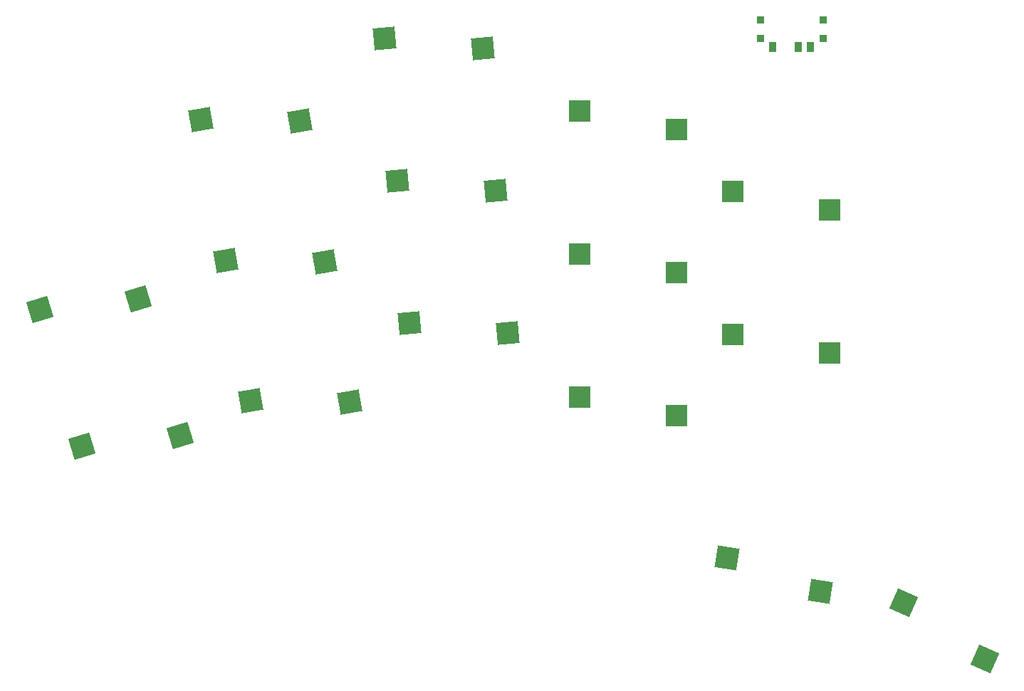
<source format=gbp>
%TF.GenerationSoftware,KiCad,Pcbnew,(6.0.4)*%
%TF.CreationDate,2022-07-31T18:16:21+02:00*%
%TF.ProjectId,battoota,62617474-6f6f-4746-912e-6b696361645f,v1.0.0*%
%TF.SameCoordinates,Original*%
%TF.FileFunction,Paste,Bot*%
%TF.FilePolarity,Positive*%
%FSLAX46Y46*%
G04 Gerber Fmt 4.6, Leading zero omitted, Abs format (unit mm)*
G04 Created by KiCad (PCBNEW (6.0.4)) date 2022-07-31 18:16:21*
%MOMM*%
%LPD*%
G01*
G04 APERTURE LIST*
G04 Aperture macros list*
%AMRotRect*
0 Rectangle, with rotation*
0 The origin of the aperture is its center*
0 $1 length*
0 $2 width*
0 $3 Rotation angle, in degrees counterclockwise*
0 Add horizontal line*
21,1,$1,$2,0,0,$3*%
G04 Aperture macros list end*
%ADD10RotRect,2.600000X2.600000X10.000000*%
%ADD11RotRect,2.600000X2.600000X5.000000*%
%ADD12R,2.600000X2.600000*%
%ADD13R,0.900000X0.900000*%
%ADD14R,0.900000X1.250000*%
%ADD15RotRect,2.600000X2.600000X336.000000*%
%ADD16RotRect,2.600000X2.600000X17.000000*%
%ADD17RotRect,2.600000X2.600000X351.000000*%
G04 APERTURE END LIST*
D10*
%TO.C,S11*%
X67128657Y110035975D03*
X78885214Y109875034D03*
%TD*%
D11*
%TO.C,S15*%
X90440528Y102756090D03*
X102138320Y101571110D03*
%TD*%
D12*
%TO.C,S21*%
X112149790Y94027254D03*
X123699791Y91827253D03*
%TD*%
D13*
%TO.C,T2*%
X141068406Y121851838D03*
X133668406Y121851838D03*
X141068406Y119651838D03*
X133668406Y119651838D03*
D14*
X135118406Y118676838D03*
X138118406Y118676838D03*
X139618406Y118676838D03*
%TD*%
D12*
%TO.C,S29*%
X130324494Y101494491D03*
X141874495Y99294490D03*
%TD*%
D15*
%TO.C,S33*%
X150642222Y52554702D03*
X160298852Y45847093D03*
%TD*%
D10*
%TO.C,S7*%
X73032695Y76552511D03*
X84789252Y76391570D03*
%TD*%
D16*
%TO.C,S5*%
X47970748Y87462459D03*
X59659287Y88735481D03*
%TD*%
D12*
%TO.C,S27*%
X130324494Y84494491D03*
X141874495Y82294490D03*
%TD*%
D10*
%TO.C,S9*%
X70080676Y93294243D03*
X81837233Y93133302D03*
%TD*%
D11*
%TO.C,S13*%
X91922176Y85820780D03*
X103619968Y84635800D03*
%TD*%
%TO.C,S17*%
X88958881Y119691400D03*
X100656673Y118506420D03*
%TD*%
D17*
%TO.C,S31*%
X129671433Y57874868D03*
X140735078Y53895134D03*
%TD*%
D16*
%TO.C,S3*%
X52941067Y71205278D03*
X64629606Y72478300D03*
%TD*%
D12*
%TO.C,S23*%
X112149790Y111027254D03*
X123699791Y108827253D03*
%TD*%
%TO.C,S19*%
X112149790Y77027254D03*
X123699791Y74827253D03*
%TD*%
M02*

</source>
